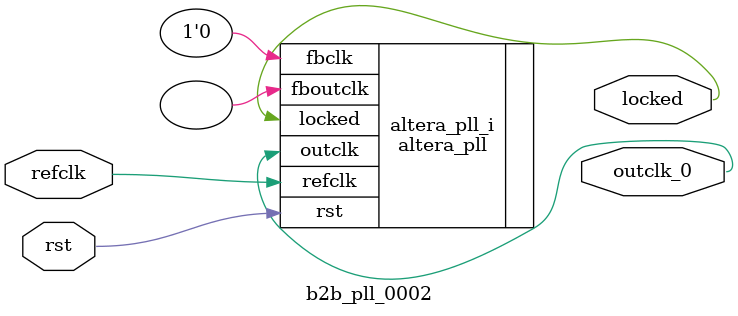
<source format=v>
`timescale 1ns/10ps
module  b2b_pll_0002(

	// interface 'refclk'
	input wire refclk,

	// interface 'reset'
	input wire rst,

	// interface 'outclk0'
	output wire outclk_0,

	// interface 'locked'
	output wire locked
);

	altera_pll #(
		.fractional_vco_multiplier("false"),
		.reference_clock_frequency("100.0 MHz"),
		.operation_mode("direct"),
		.number_of_clocks(1),
		.output_clock_frequency0("100.000000 MHz"),
		.phase_shift0("0 ps"),
		.duty_cycle0(50),
		.output_clock_frequency1("0 MHz"),
		.phase_shift1("0 ps"),
		.duty_cycle1(50),
		.output_clock_frequency2("0 MHz"),
		.phase_shift2("0 ps"),
		.duty_cycle2(50),
		.output_clock_frequency3("0 MHz"),
		.phase_shift3("0 ps"),
		.duty_cycle3(50),
		.output_clock_frequency4("0 MHz"),
		.phase_shift4("0 ps"),
		.duty_cycle4(50),
		.output_clock_frequency5("0 MHz"),
		.phase_shift5("0 ps"),
		.duty_cycle5(50),
		.output_clock_frequency6("0 MHz"),
		.phase_shift6("0 ps"),
		.duty_cycle6(50),
		.output_clock_frequency7("0 MHz"),
		.phase_shift7("0 ps"),
		.duty_cycle7(50),
		.output_clock_frequency8("0 MHz"),
		.phase_shift8("0 ps"),
		.duty_cycle8(50),
		.output_clock_frequency9("0 MHz"),
		.phase_shift9("0 ps"),
		.duty_cycle9(50),
		.output_clock_frequency10("0 MHz"),
		.phase_shift10("0 ps"),
		.duty_cycle10(50),
		.output_clock_frequency11("0 MHz"),
		.phase_shift11("0 ps"),
		.duty_cycle11(50),
		.output_clock_frequency12("0 MHz"),
		.phase_shift12("0 ps"),
		.duty_cycle12(50),
		.output_clock_frequency13("0 MHz"),
		.phase_shift13("0 ps"),
		.duty_cycle13(50),
		.output_clock_frequency14("0 MHz"),
		.phase_shift14("0 ps"),
		.duty_cycle14(50),
		.output_clock_frequency15("0 MHz"),
		.phase_shift15("0 ps"),
		.duty_cycle15(50),
		.output_clock_frequency16("0 MHz"),
		.phase_shift16("0 ps"),
		.duty_cycle16(50),
		.output_clock_frequency17("0 MHz"),
		.phase_shift17("0 ps"),
		.duty_cycle17(50),
		.pll_type("General"),
		.pll_subtype("General")
	) altera_pll_i (
		.rst	(rst),
		.outclk	({outclk_0}),
		.locked	(locked),
		.fboutclk	( ),
		.fbclk	(1'b0),
		.refclk	(refclk)
	);
endmodule


</source>
